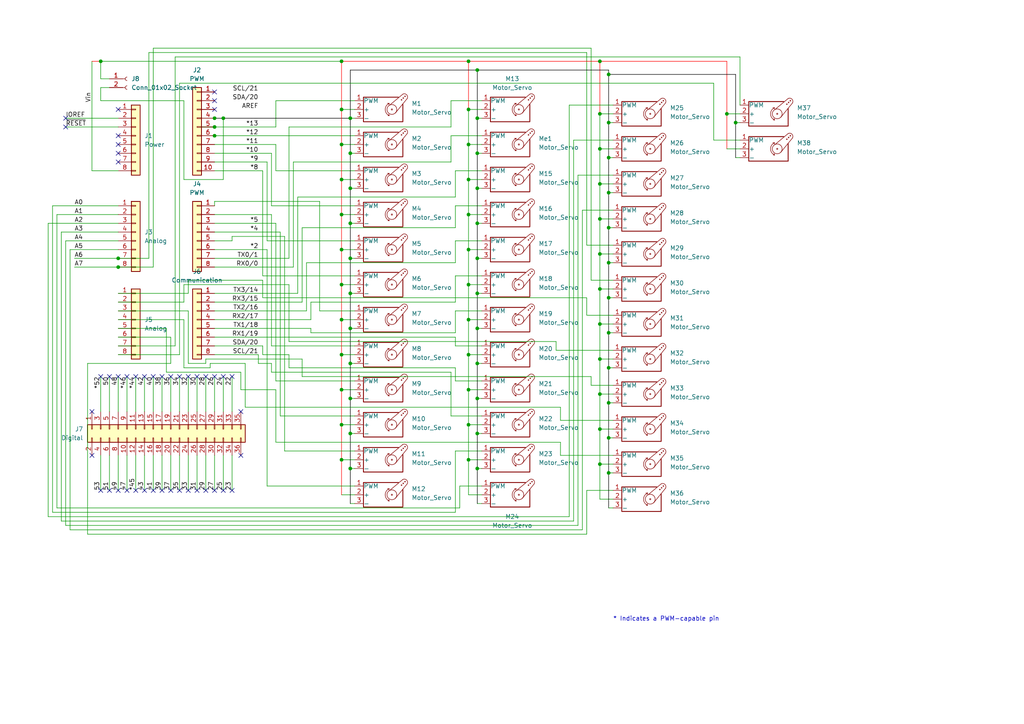
<source format=kicad_sch>
(kicad_sch (version 20231120) (generator "eeschema") (generator_version "8.0")
  (paper "A4")
  (title_block (date "mar. 31 mars 2015"))
  (junction (at 173.99 63.5))
  (junction (at 99.06 123.19))
  (junction (at 99.06 52.07))
  (junction (at 138.43 85.09))
  (junction (at 176.53 127))
  (junction (at 135.89 82.55))
  (junction (at 62.23 39.37))
  (junction (at 101.6 74.93))
  (junction (at 173.99 53.34))
  (junction (at 135.89 41.91))
  (junction (at 99.06 82.55))
  (junction (at 135.89 133.35))
  (junction (at 135.89 113.03))
  (junction (at 138.43 105.41))
  (junction (at 176.53 55.88))
  (junction (at 138.43 20.32))
  (junction (at 99.06 72.39))
  (junction (at 173.99 17.78))
  (junction (at 176.53 86.36))
  (junction (at 173.99 43.18))
  (junction (at 138.43 34.29))
  (junction (at 173.99 114.3))
  (junction (at 135.89 17.78))
  (junction (at 176.53 76.2))
  (junction (at 62.23 34.29))
  (junction (at 138.43 135.89))
  (junction (at 176.53 21.59))
  (junction (at 135.89 123.19))
  (junction (at 213.36 35.56))
  (junction (at 135.89 62.23))
  (junction (at 176.53 137.16))
  (junction (at 135.89 72.39))
  (junction (at 173.99 104.14))
  (junction (at 138.43 44.45))
  (junction (at 176.53 96.52))
  (junction (at 62.23 36.83))
  (junction (at 101.6 135.89))
  (junction (at 101.6 95.25))
  (junction (at 99.06 102.87))
  (junction (at 138.43 64.77))
  (junction (at 138.43 74.93))
  (junction (at 176.53 66.04))
  (junction (at 101.6 125.73))
  (junction (at 101.6 105.41))
  (junction (at 210.82 33.02))
  (junction (at 101.6 64.77))
  (junction (at 135.89 92.71))
  (junction (at 135.89 31.75))
  (junction (at 99.06 92.71))
  (junction (at 173.99 73.66))
  (junction (at 99.06 113.03))
  (junction (at 176.53 116.84))
  (junction (at 173.99 83.82))
  (junction (at 99.06 17.78))
  (junction (at 173.99 93.98))
  (junction (at 173.99 33.02))
  (junction (at 135.89 52.07))
  (junction (at 99.06 62.23))
  (junction (at 138.43 125.73))
  (junction (at 101.6 54.61))
  (junction (at 138.43 115.57))
  (junction (at 173.99 134.62))
  (junction (at 176.53 106.68))
  (junction (at 101.6 44.45))
  (junction (at 176.53 45.72))
  (junction (at 138.43 54.61))
  (junction (at 101.6 85.09))
  (junction (at 29.21 17.78))
  (junction (at 99.06 133.35))
  (junction (at 64.77 34.29))
  (junction (at 176.53 35.56))
  (junction (at 99.06 41.91))
  (junction (at 34.29 74.93))
  (junction (at 99.06 31.75))
  (junction (at 138.43 95.25))
  (junction (at 135.89 102.87))
  (junction (at 101.6 115.57))
  (junction (at 173.99 124.46))
  (junction (at 34.29 77.47))
  (junction (at 101.6 34.29))
  (no_connect (at 34.29 46.99))
  (no_connect (at 31.75 109.22))
  (no_connect (at 62.23 31.75))
  (no_connect (at 46.99 109.22))
  (no_connect (at 49.53 109.22))
  (no_connect (at 62.23 26.67))
  (no_connect (at 26.67 132.08))
  (no_connect (at 41.91 109.22))
  (no_connect (at 29.21 109.22))
  (no_connect (at 31.75 142.24))
  (no_connect (at 34.29 41.91))
  (no_connect (at 59.69 109.22))
  (no_connect (at 52.07 109.22))
  (no_connect (at 64.77 109.22))
  (no_connect (at 41.91 142.24))
  (no_connect (at 62.23 109.22))
  (no_connect (at 19.05 36.83))
  (no_connect (at 44.45 109.22))
  (no_connect (at 34.29 44.45))
  (no_connect (at 62.23 29.21))
  (no_connect (at 49.53 142.24))
  (no_connect (at 64.77 142.24))
  (no_connect (at 34.29 39.37))
  (no_connect (at 57.15 142.24))
  (no_connect (at 67.31 109.22))
  (no_connect (at 67.31 142.24))
  (no_connect (at 57.15 109.22))
  (no_connect (at 29.21 142.24))
  (no_connect (at 59.69 142.24))
  (no_connect (at 36.83 109.22))
  (no_connect (at 36.83 142.24))
  (no_connect (at 39.37 109.22))
  (no_connect (at 26.67 119.38))
  (no_connect (at 34.29 31.75))
  (no_connect (at 39.37 142.24))
  (no_connect (at 19.05 34.29))
  (no_connect (at 69.85 132.08))
  (no_connect (at 54.61 142.24))
  (no_connect (at 54.61 109.22))
  (no_connect (at 69.85 119.38))
  (no_connect (at 34.29 109.22))
  (no_connect (at 52.07 142.24))
  (no_connect (at 44.45 142.24))
  (no_connect (at 46.99 142.24))
  (no_connect (at 34.29 142.24))
  (no_connect (at 62.23 142.24))
  (wire (pts (xy 176.53 106.68) (xy 176.53 116.84)) (stroke (width 0) (color 0 0 0 1)))
  (wire (pts (xy 62.23 77.47) (xy 85.09 77.47)))
  (wire (pts (xy 29.21 17.78) (xy 99.06 17.78)))
  (wire (pts (xy 87.63 109.22) (xy 171.45 109.22)))
  (wire (pts (xy 213.36 35.56) (xy 214.63 35.56)))
  (wire (pts (xy 80.01 128.27) (xy 80.01 113.03)))
  (wire (pts (xy 13.97 64.77) (xy 34.29 64.77)))
  (wire (pts (xy 139.7 133.35) (xy 135.89 133.35)))
  (wire (pts (xy 176.53 127) (xy 176.53 137.16)) (stroke (width 0) (color 0 0 0 1)))
  (wire (pts (xy 20.32 153.67) (xy 20.32 72.39)))
  (wire (pts (xy 62.23 67.31) (xy 81.28 67.31)))
  (wire (pts (xy 102.87 110.49) (xy 80.01 110.49)))
  (wire (pts (xy 21.59 77.47) (xy 34.29 77.47)))
  (wire (pts (xy 92.71 58.42) (xy 62.23 58.42)))
  (wire (pts (xy 161.29 99.06) (xy 83.82 99.06)))
  (wire (pts (xy 138.43 20.32) (xy 101.6 20.32)) (stroke (width 0) (color 0 0 0 1)))
  (wire (pts (xy 53.34 92.71) (xy 53.34 106.68)))
  (wire (pts (xy 130.81 39.37) (xy 130.81 46.99)))
  (wire (pts (xy 168.91 153.67) (xy 20.32 153.67)))
  (wire (pts (xy 173.99 43.18) (xy 177.8 43.18)))
  (wire (pts (xy 102.87 102.87) (xy 99.06 102.87)))
  (wire (pts (xy 62.23 44.45) (xy 78.74 44.45)))
  (wire (pts (xy 44.45 109.22) (xy 44.45 119.38)))
  (wire (pts (xy 62.23 39.37) (xy 102.87 39.37)))
  (wire (pts (xy 138.43 105.41) (xy 138.43 95.25)) (stroke (width 0) (color 0 0 0 1)))
  (wire (pts (xy 76.2 86.36) (xy 76.2 81.28)))
  (wire (pts (xy 102.87 90.17) (xy 92.71 90.17)))
  (wire (pts (xy 177.8 50.8) (xy 167.64 50.8)))
  (wire (pts (xy 86.36 57.15) (xy 86.36 85.09)))
  (wire (pts (xy 135.89 82.55) (xy 135.89 72.39)))
  (wire (pts (xy 139.7 105.41) (xy 138.43 105.41)))
  (wire (pts (xy 62.23 36.83) (xy 80.01 36.83)))
  (wire (pts (xy 74.93 102.87) (xy 74.93 105.41)))
  (wire (pts (xy 46.99 109.22) (xy 46.99 119.38)))
  (wire (pts (xy 177.8 30.48) (xy 165.1 30.48)))
  (wire (pts (xy 207.01 40.64) (xy 207.01 24.13)))
  (wire (pts (xy 60.96 105.41) (xy 60.96 106.68)))
  (wire (pts (xy 135.89 123.19) (xy 135.89 113.03)))
  (wire (pts (xy 99.06 31.75) (xy 99.06 41.91)) (stroke (width 0) (color 255 0 0 1)))
  (wire (pts (xy 170.18 15.24) (xy 43.18 15.24)))
  (wire (pts (xy 54.61 81.28) (xy 76.2 81.28)))
  (wire (pts (xy 177.8 147.32) (xy 176.53 147.32)))
  (wire (pts (xy 167.64 50.8) (xy 167.64 152.4)))
  (wire (pts (xy 87.63 66.04) (xy 87.63 87.63)))
  (wire (pts (xy 176.53 21.59) (xy 176.53 35.56)) (stroke (width 0) (color 0 0 0 1)))
  (wire (pts (xy 139.7 82.55) (xy 135.89 82.55)))
  (wire (pts (xy 101.6 64.77) (xy 101.6 54.61)) (stroke (width 0) (color 0 0 0 1)))
  (wire (pts (xy 171.45 81.28) (xy 171.45 13.97)))
  (wire (pts (xy 138.43 54.61) (xy 138.43 44.45)) (stroke (width 0) (color 0 0 0 1)))
  (wire (pts (xy 71.12 118.11) (xy 71.12 105.41)))
  (wire (pts (xy 173.99 124.46) (xy 173.99 114.3)))
  (wire (pts (xy 138.43 146.05) (xy 138.43 135.89)) (stroke (width 0) (color 0 0 0 1)))
  (wire (pts (xy 62.23 90.17) (xy 88.9 90.17)))
  (wire (pts (xy 44.45 77.47) (xy 34.29 77.47)))
  (wire (pts (xy 139.7 146.05) (xy 138.43 146.05)))
  (wire (pts (xy 58.42 34.29) (xy 62.23 34.29)))
  (wire (pts (xy 173.99 83.82) (xy 173.99 73.66)))
  (wire (pts (xy 19.05 69.85) (xy 34.29 69.85)))
  (wire (pts (xy 58.42 36.83) (xy 62.23 36.83)))
  (wire (pts (xy 54.61 105.41) (xy 59.69 105.41)))
  (wire (pts (xy 176.53 147.32) (xy 176.53 137.16)) (stroke (width 0) (color 0 0 0 1)))
  (wire (pts (xy 177.8 124.46) (xy 173.99 124.46)))
  (wire (pts (xy 102.87 31.75) (xy 99.06 31.75)))
  (wire (pts (xy 49.53 132.08) (xy 49.53 142.24)))
  (wire (pts (xy 54.61 85.09) (xy 54.61 81.28)))
  (wire (pts (xy 29.21 29.21) (xy 53.34 29.21)))
  (wire (pts (xy 54.61 109.22) (xy 54.61 119.38)))
  (wire (pts (xy 135.89 133.35) (xy 135.89 123.19)))
  (wire (pts (xy 162.56 128.27) (xy 80.01 128.27)))
  (wire (pts (xy 102.87 85.09) (xy 101.6 85.09)))
  (wire (pts (xy 102.87 74.93) (xy 101.6 74.93)))
  (wire (pts (xy 31.75 109.22) (xy 31.75 119.38)))
  (wire (pts (xy 67.31 109.22) (xy 67.31 119.38)))
  (wire (pts (xy 29.21 17.78) (xy 29.21 22.86)))
  (wire (pts (xy 99.06 102.87) (xy 99.06 92.71)) (stroke (width 0) (color 255 0 0 1)))
  (wire (pts (xy 177.8 53.34) (xy 173.99 53.34)))
  (wire (pts (xy 177.8 81.28) (xy 171.45 81.28)))
  (wire (pts (xy 170.18 91.44) (xy 170.18 86.36)))
  (wire (pts (xy 19.05 152.4) (xy 19.05 69.85)))
  (wire (pts (xy 130.81 107.95) (xy 78.74 107.95)))
  (wire (pts (xy 135.89 52.07) (xy 135.89 41.91)))
  (wire (pts (xy 139.7 92.71) (xy 135.89 92.71)))
  (wire (pts (xy 17.78 67.31) (xy 34.29 67.31)))
  (wire (pts (xy 177.8 96.52) (xy 176.53 96.52)))
  (wire (pts (xy 77.47 69.85) (xy 77.47 46.99)))
  (wire (pts (xy 67.31 68.58) (xy 67.31 69.85)))
  (wire (pts (xy 62.23 132.08) (xy 62.23 142.24)))
  (wire (pts (xy 177.8 71.12) (xy 170.18 71.12)))
  (wire (pts (xy 168.91 60.96) (xy 168.91 153.67)))
  (wire (pts (xy 138.43 74.93) (xy 138.43 64.77)) (stroke (width 0) (color 0 0 0 1)))
  (wire (pts (xy 139.7 52.07) (xy 135.89 52.07)))
  (wire (pts (xy 41.91 109.22) (xy 41.91 119.38)))
  (wire (pts (xy 177.8 104.14) (xy 173.99 104.14)))
  (wire (pts (xy 210.82 17.78) (xy 173.99 17.78)) (stroke (width 0) (color 255 0 0 1)))
  (wire (pts (xy 173.99 73.66) (xy 173.99 63.5)))
  (wire (pts (xy 99.06 72.39) (xy 99.06 62.23)) (stroke (width 0) (color 255 0 0 1)))
  (wire (pts (xy 170.18 142.24) (xy 170.18 154.94)))
  (wire (pts (xy 132.08 110.49) (xy 132.08 106.68)))
  (wire (pts (xy 177.8 33.02) (xy 173.99 33.02)))
  (wire (pts (xy 53.34 106.68) (xy 60.96 106.68)))
  (wire (pts (xy 52.07 132.08) (xy 52.07 142.24)))
  (wire (pts (xy 139.7 95.25) (xy 138.43 95.25)))
  (wire (pts (xy 102.87 130.81) (xy 82.55 130.81)))
  (wire (pts (xy 99.06 82.55) (xy 99.06 72.39)) (stroke (width 0) (color 255 0 0 1)))
  (wire (pts (xy 13.97 149.86) (xy 13.97 64.77)))
  (wire (pts (xy 213.36 45.72) (xy 213.36 35.56)) (stroke (width 0) (color 0 0 0 1)))
  (wire (pts (xy 165.1 30.48) (xy 165.1 149.86)))
  (wire (pts (xy 36.83 132.08) (xy 36.83 142.24)))
  (wire (pts (xy 59.69 132.08) (xy 59.69 142.24)))
  (wire (pts (xy 83.82 102.87) (xy 76.2 102.87)))
  (wire (pts (xy 80.01 113.03) (xy 69.85 113.03)))
  (wire (pts (xy 59.69 104.14) (xy 87.63 104.14)))
  (wire (pts (xy 102.87 59.69) (xy 78.74 59.69)))
  (wire (pts (xy 135.89 72.39) (xy 135.89 62.23)))
  (wire (pts (xy 135.89 92.71) (xy 135.89 82.55)))
  (wire (pts (xy 139.7 135.89) (xy 138.43 135.89)))
  (wire (pts (xy 92.71 90.17) (xy 92.71 58.42)))
  (wire (pts (xy 101.6 146.05) (xy 101.6 135.89)) (stroke (width 0) (color 0 0 0 1)))
  (wire (pts (xy 177.8 121.92) (xy 162.56 121.92)))
  (wire (pts (xy 214.63 16.51) (xy 214.63 30.48)))
  (wire (pts (xy 173.99 144.78) (xy 173.99 134.62)))
  (wire (pts (xy 62.23 49.53) (xy 76.2 49.53)))
  (wire (pts (xy 173.99 104.14) (xy 173.99 114.3)))
  (wire (pts (xy 177.8 40.64) (xy 166.37 40.64)))
  (wire (pts (xy 139.7 29.21) (xy 130.81 29.21)))
  (wire (pts (xy 133.35 140.97) (xy 133.35 147.32)))
  (wire (pts (xy 177.8 101.6) (xy 161.29 101.6)))
  (wire (pts (xy 43.18 15.24) (xy 43.18 74.93)))
  (wire (pts (xy 171.45 13.97) (xy 44.45 13.97)))
  (wire (pts (xy 88.9 76.2) (xy 88.9 90.17)))
  (wire (pts (xy 34.29 102.87) (xy 52.07 102.87)))
  (wire (pts (xy 101.6 34.29) (xy 102.87 34.29)))
  (wire (pts (xy 62.23 62.23) (xy 78.74 62.23)))
  (wire (pts (xy 214.63 45.72) (xy 213.36 45.72)))
  (wire (pts (xy 177.8 106.68) (xy 176.53 106.68)))
  (wire (pts (xy 139.7 31.75) (xy 135.89 31.75)))
  (wire (pts (xy 64.77 34.29) (xy 101.6 34.29)) (stroke (width 0) (color 0 0 0 1)))
  (wire (pts (xy 173.99 53.34) (xy 173.99 43.18)))
  (wire (pts (xy 176.53 20.32) (xy 138.43 20.32)) (stroke (width 0) (color 0 0 0 1)))
  (wire (pts (xy 133.35 147.32) (xy 16.51 147.32)))
  (wire (pts (xy 177.8 91.44) (xy 170.18 91.44)))
  (wire (pts (xy 102.87 82.55) (xy 99.06 82.55)))
  (wire (pts (xy 139.7 54.61) (xy 138.43 54.61)))
  (wire (pts (xy 52.07 109.22) (xy 52.07 119.38)))
  (wire (pts (xy 53.34 29.21) (xy 53.34 52.07)))
  (wire (pts (xy 99.06 113.03) (xy 99.06 102.87)) (stroke (width 0) (color 255 0 0 1)))
  (wire (pts (xy 62.23 92.71) (xy 90.17 92.71)))
  (wire (pts (xy 138.43 125.73) (xy 138.43 115.57)) (stroke (width 0) (color 0 0 0 1)))
  (wire (pts (xy 214.63 33.02) (xy 210.82 33.02)))
  (wire (pts (xy 139.7 90.17) (xy 132.08 90.17)))
  (wire (pts (xy 36.83 109.22) (xy 36.83 119.38)))
  (wire (pts (xy 62.23 69.85) (xy 67.31 69.85)))
  (wire (pts (xy 29.21 25.4) (xy 31.75 25.4)))
  (wire (pts (xy 130.81 36.83) (xy 83.82 36.83)))
  (wire (pts (xy 102.87 143.51) (xy 99.06 143.51)))
  (wire (pts (xy 44.45 13.97) (xy 44.45 77.47)))
  (wire (pts (xy 102.87 100.33) (xy 78.74 100.33)))
  (wire (pts (xy 102.87 120.65) (xy 81.28 120.65)))
  (wire (pts (xy 139.7 102.87) (xy 135.89 102.87)))
  (wire (pts (xy 59.69 109.22) (xy 59.69 119.38)))
  (wire (pts (xy 57.15 109.22) (xy 57.15 119.38)))
  (wire (pts (xy 87.63 104.14) (xy 87.63 109.22)))
  (wire (pts (xy 39.37 132.08) (xy 39.37 142.24)))
  (wire (pts (xy 57.15 132.08) (xy 57.15 142.24)))
  (wire (pts (xy 135.89 31.75) (xy 135.89 17.78)) (stroke (width 0) (color 255 0 0 1)))
  (wire (pts (xy 34.29 132.08) (xy 34.29 142.24)))
  (wire (pts (xy 64.77 109.22) (xy 64.77 119.38)))
  (wire (pts (xy 139.7 115.57) (xy 138.43 115.57)))
  (wire (pts (xy 25.4 105.41) (xy 49.53 105.41)))
  (wire (pts (xy 132.08 106.68) (xy 83.82 106.68)))
  (wire (pts (xy 135.89 41.91) (xy 139.7 41.91)))
  (wire (pts (xy 50.8 16.51) (xy 214.63 16.51)))
  (wire (pts (xy 85.09 46.99) (xy 85.09 77.47)))
  (wire (pts (xy 139.7 39.37) (xy 130.81 39.37)))
  (wire (pts (xy 44.45 132.08) (xy 44.45 142.24)))
  (wire (pts (xy 34.29 100.33) (xy 50.8 100.33)))
  (wire (pts (xy 101.6 54.61) (xy 101.6 44.45)) (stroke (width 0) (color 0 0 0 1)))
  (wire (pts (xy 39.37 109.22) (xy 39.37 119.38)))
  (wire (pts (xy 132.08 130.81) (xy 132.08 148.59)))
  (wire (pts (xy 101.6 95.25) (xy 101.6 85.09)) (stroke (width 0) (color 0 0 0 1)))
  (wire (pts (xy 19.05 34.29) (xy 34.29 34.29)))
  (wire (pts (xy 139.7 100.33) (xy 132.08 100.33)))
  (wire (pts (xy 102.87 133.35) (xy 99.06 133.35)))
  (wire (pts (xy 162.56 121.92) (xy 162.56 118.11)))
  (wire (pts (xy 139.7 64.77) (xy 138.43 64.77)))
  (wire (pts (xy 132.08 69.85) (xy 132.08 76.2)))
  (wire (pts (xy 132.08 59.69) (xy 132.08 66.04)))
  (wire (pts (xy 166.37 40.64) (xy 166.37 151.13)))
  (wire (pts (xy 139.7 123.19) (xy 135.89 123.19)))
  (wire (pts (xy 176.53 45.72) (xy 176.53 35.56)) (stroke (width 0) (color 0 0 0 1)))
  (wire (pts (xy 135.89 17.78) (xy 99.06 17.78)) (stroke (width 0) (color 255 0 0 1)))
  (wire (pts (xy 102.87 146.05) (xy 101.6 146.05)))
  (wire (pts (xy 173.99 17.78) (xy 135.89 17.78)) (stroke (width 0) (color 255 0 0 1)))
  (wire (pts (xy 139.7 44.45) (xy 138.43 44.45)))
  (wire (pts (xy 132.08 76.2) (xy 88.9 76.2)))
  (wire (pts (xy 59.69 104.14) (xy 59.69 105.41)))
  (wire (pts (xy 62.23 87.63) (xy 87.63 87.63)))
  (wire (pts (xy 176.53 96.52) (xy 176.53 86.36)) (stroke (width 0) (color 0 0 0 1)))
  (wire (pts (xy 58.42 39.37) (xy 62.23 39.37)))
  (wire (pts (xy 177.8 114.3) (xy 173.99 114.3)))
  (wire (pts (xy 173.99 104.14) (xy 173.99 93.98)))
  (wire (pts (xy 138.43 44.45) (xy 138.43 34.29)) (stroke (width 0) (color 0 0 0 1)))
  (wire (pts (xy 83.82 99.06) (xy 83.82 82.55)))
  (wire (pts (xy 64.77 34.29) (xy 64.77 52.07)))
  (wire (pts (xy 78.74 59.69) (xy 78.74 44.45)))
  (wire (pts (xy 176.53 86.36) (xy 176.53 76.2)) (stroke (width 0) (color 0 0 0 1)))
  (wire (pts (xy 34.29 85.09) (xy 54.61 85.09)))
  (wire (pts (xy 34.29 90.17) (xy 54.61 90.17)))
  (wire (pts (xy 54.61 90.17) (xy 54.61 105.41)))
  (wire (pts (xy 207.01 24.13) (xy 52.07 24.13)))
  (wire (pts (xy 101.6 20.32) (xy 101.6 34.29)) (stroke (width 0) (color 0 0 0 1)))
  (wire (pts (xy 82.55 68.58) (xy 67.31 68.58)))
  (wire (pts (xy 138.43 64.77) (xy 138.43 54.61)) (stroke (width 0) (color 0 0 0 1)))
  (wire (pts (xy 50.8 16.51) (xy 50.8 100.33)))
  (wire (pts (xy 53.34 82.55) (xy 83.82 82.55)))
  (wire (pts (xy 76.2 102.87) (xy 76.2 100.33)))
  (wire (pts (xy 62.23 95.25) (xy 90.17 95.25)))
  (wire (pts (xy 99.06 62.23) (xy 99.06 52.07)) (stroke (width 0) (color 255 0 0 1)))
  (wire (pts (xy 165.1 149.86) (xy 13.97 149.86)))
  (wire (pts (xy 177.8 116.84) (xy 176.53 116.84)))
  (wire (pts (xy 99.06 31.75) (xy 99.06 17.78)) (stroke (width 0) (color 255 0 0 1)))
  (wire (pts (xy 83.82 36.83) (xy 83.82 74.93)))
  (wire (pts (xy 20.32 72.39) (xy 34.29 72.39)))
  (wire (pts (xy 53.34 52.07) (xy 64.77 52.07)))
  (wire (pts (xy 78.74 100.33) (xy 78.74 62.23)))
  (wire (pts (xy 177.8 127) (xy 176.53 127)))
  (wire (pts (xy 162.56 132.08) (xy 162.56 128.27)))
  (wire (pts (xy 99.06 92.71) (xy 99.06 82.55)) (stroke (width 0) (color 255 0 0 1)))
  (wire (pts (xy 102.87 92.71) (xy 99.06 92.71)))
  (wire (pts (xy 17.78 151.13) (xy 17.78 67.31)))
  (wire (pts (xy 19.05 36.83) (xy 34.29 36.83)))
  (wire (pts (xy 135.89 31.75) (xy 135.89 41.91)))
  (wire (pts (xy 130.81 120.65) (xy 130.81 107.95)))
  (wire (pts (xy 16.51 62.23) (xy 34.29 62.23)))
  (wire (pts (xy 139.7 69.85) (xy 132.08 69.85)))
  (wire (pts (xy 176.53 76.2) (xy 176.53 66.04)) (stroke (width 0) (color 0 0 0 1)))
  (wire (pts (xy 102.87 80.01) (xy 76.2 80.01)))
  (wire (pts (xy 83.82 106.68) (xy 83.82 102.87)))
  (wire (pts (xy 210.82 43.18) (xy 214.63 43.18)))
  (wire (pts (xy 170.18 86.36) (xy 76.2 86.36)))
  (wire (pts (xy 102.87 62.23) (xy 99.06 62.23)))
  (wire (pts (xy 99.06 133.35) (xy 99.06 123.19)) (stroke (width 0) (color 255 0 0 1)))
  (wire (pts (xy 210.82 33.02) (xy 210.82 17.78)) (stroke (width 0) (color 255 0 0 1)))
  (wire (pts (xy 102.87 44.45) (xy 101.6 44.45)))
  (wire (pts (xy 139.7 140.97) (xy 133.35 140.97)))
  (wire (pts (xy 101.6 105.41) (xy 101.6 115.57)) (stroke (width 0) (color 0 0 0 1)))
  (wire (pts (xy 101.6 44.45) (xy 101.6 34.29)) (stroke (width 0) (color 0 0 0 1)))
  (wire (pts (xy 138.43 34.29) (xy 139.7 34.29)))
  (wire (pts (xy 177.8 76.2) (xy 176.53 76.2)))
  (wire (pts (xy 26.67 17.78) (xy 29.21 17.78)) (stroke (width 0) (color 255 0 0 1)))
  (wire (pts (xy 80.01 110.49) (xy 80.01 64.77)))
  (wire (pts (xy 80.01 29.21) (xy 80.01 36.83)))
  (wire (pts (xy 177.8 73.66) (xy 173.99 73.66)))
  (wire (pts (xy 138.43 20.32) (xy 138.43 34.29)) (stroke (width 0) (color 0 0 0 1)))
  (wire (pts (xy 81.28 120.65) (xy 81.28 67.31)))
  (wire (pts (xy 82.55 130.81) (xy 82.55 68.58)))
  (wire (pts (xy 139.7 59.69) (xy 132.08 59.69)))
  (wire (pts (xy 139.7 113.03) (xy 135.89 113.03)))
  (wire (pts (xy 173.99 93.98) (xy 173.99 83.82)))
  (wire (pts (xy 173.99 33.02) (xy 173.99 17.78)) (stroke (width 0) (color 255 0 0 1)))
  (wire (pts (xy 139.7 120.65) (xy 130.81 120.65)))
  (wire (pts (xy 34.29 49.53) (xy 26.67 49.53)))
  (wire (pts (xy 132.08 87.63) (xy 90.17 87.63)))
  (wire (pts (xy 29.21 109.22) (xy 29.21 119.38)))
  (wire (pts (xy 176.53 21.59) (xy 213.36 21.59)) (stroke (width 0) (color 0 0 0 1)))
  (wire (pts (xy 135.89 62.23) (xy 135.89 52.07)))
  (wire (pts (xy 177.8 60.96) (xy 168.91 60.96)))
  (wire (pts (xy 99.06 41.91) (xy 102.87 41.91)))
  (wire (pts (xy 177.8 63.5) (xy 173.99 63.5)))
  (wire (pts (xy 139.7 125.73) (xy 138.43 125.73)))
  (wire (pts (xy 173.99 63.5) (xy 173.99 53.34)))
  (wire (pts (xy 31.75 132.08) (xy 31.75 142.24)))
  (wire (pts (xy 132.08 96.52) (xy 90.17 96.52)))
  (wire (pts (xy 78.74 107.95) (xy 78.74 105.41)))
  (wire (pts (xy 102.87 54.61) (xy 101.6 54.61)))
  (wire (pts (xy 90.17 87.63) (xy 90.17 92.71)))
  (wire (pts (xy 34.29 95.25) (xy 48.26 95.25)))
  (wire (pts (xy 48.26 107.95) (xy 48.26 95.25)))
  (wire (pts (xy 176.53 21.59) (xy 176.53 20.32)) (stroke (width 0) (color 0 0 0 1)))
  (wire (pts (xy 177.8 137.16) (xy 176.53 137.16)))
  (wire (pts (xy 102.87 95.25) (xy 101.6 95.25)))
  (wire (pts (xy 167.64 152.4) (xy 19.05 152.4)))
  (wire (pts (xy 101.6 74.93) (xy 101.6 64.77)) (stroke (width 0) (color 0 0 0 1)))
  (wire (pts (xy 71.12 105.41) (xy 60.96 105.41)))
  (wire (pts (xy 138.43 85.09) (xy 138.43 74.93)) (stroke (width 0) (color 0 0 0 1)))
  (wire (pts (xy 130.81 46.99) (xy 85.09 46.99)))
  (wire (pts (xy 90.17 96.52) (xy 90.17 95.25)))
  (wire (pts (xy 102.87 49.53) (xy 80.01 49.53)))
  (wire (pts (xy 62.23 85.09) (xy 86.36 85.09)))
  (wire (pts (xy 43.18 74.93) (xy 34.29 74.93)))
  (wire (pts (xy 132.08 90.17) (xy 132.08 96.52)))
  (wire (pts (xy 135.89 102.87) (xy 135.89 92.71)))
  (wire (pts (xy 54.61 132.08) (xy 54.61 142.24)))
  (wire (pts (xy 34.29 97.79) (xy 49.53 97.79)))
  (wire (pts (xy 177.8 142.24) (xy 170.18 142.24)))
  (wire (pts (xy 62.23 97.79) (xy 132.08 97.79)))
  (wire (pts (xy 29.21 132.08) (xy 29.21 142.24)))
  (wire (pts (xy 177.8 144.78) (xy 173.99 144.78)))
  (wire (pts (xy 102.87 135.89) (xy 101.6 135.89)))
  (wire (pts (xy 62.23 41.91) (xy 80.01 41.91)))
  (wire (pts (xy 69.85 107.95) (xy 48.26 107.95)))
  (wire (pts (xy 46.99 132.08) (xy 46.99 142.24)))
  (wire (pts (xy 166.37 151.13) (xy 17.78 151.13)))
  (wire (pts (xy 102.87 72.39) (xy 99.06 72.39)))
  (wire (pts (xy 132.08 66.04) (xy 87.63 66.04)))
  (wire (pts (xy 176.53 35.56) (xy 177.8 35.56)))
  (wire (pts (xy 16.51 62.23) (xy 16.51 147.32)))
  (wire (pts (xy 62.23 34.29) (xy 64.77 34.29)) (stroke (width 0) (color 0 0 0 1)))
  (wire (pts (xy 138.43 105.41) (xy 138.43 115.57)) (stroke (width 0) (color 0 0 0 1)))
  (wire (pts (xy 173.99 33.02) (xy 173.99 43.18)))
  (wire (pts (xy 62.23 58.42) (xy 62.23 59.69)))
  (wire (pts (xy 69.85 113.03) (xy 69.85 107.95)))
  (wire (pts (xy 101.6 85.09) (xy 101.6 74.93)) (stroke (width 0) (color 0 0 0 1)))
  (wire (pts (xy 62.23 109.22) (xy 62.23 119.38)))
  (wire (pts (xy 29.21 22.86) (xy 31.75 22.86)))
  (wire (pts (xy 99.06 52.07) (xy 99.06 41.91)) (stroke (width 0) (color 255 0 0 1)))
  (wire (pts (xy 102.87 115.57) (xy 101.6 115.57)))
  (wire (pts (xy 139.7 110.49) (xy 132.08 110.49)))
  (wire (pts (xy 176.53 55.88) (xy 176.53 45.72)) (stroke (width 0) (color 0 0 0 1)))
  (wire (pts (xy 177.8 45.72) (xy 176.53 45.72)))
  (wire (pts (xy 101.6 105.41) (xy 101.6 95.25)) (stroke (width 0) (color 0 0 0 1)))
  (wire (pts (xy 49.53 109.22) (xy 49.53 119.38)))
  (wire (pts (xy 177.8 134.62) (xy 173.99 134.62)))
  (wire (pts (xy 135.89 143.51) (xy 135.89 133.35)))
  (wire (pts (xy 132.08 49.53) (xy 132.08 57.15)))
  (wire (pts (xy 25.4 154.94) (xy 25.4 105.41)))
  (wire (pts (xy 49.53 105.41) (xy 49.53 97.79)))
  (wire (pts (xy 177.8 66.04) (xy 176.53 66.04)))
  (wire (pts (xy 102.87 113.03) (xy 99.06 113.03)))
  (wire (pts (xy 173.99 134.62) (xy 173.99 124.46)))
  (wire (pts (xy 62.23 64.77) (xy 80.01 64.77)))
  (wire (pts (xy 62.23 102.87) (xy 74.93 102.87)))
  (wire (pts (xy 132.08 80.01) (xy 132.08 87.63)))
  (wire (pts (xy 34.29 109.22) (xy 34.29 119.38)))
  (wire (pts (xy 177.8 93.98) (xy 173.99 93.98)))
  (wire (pts (xy 77.47 140.97) (xy 77.47 72.39)))
  (wire (pts (xy 62.23 46.99) (xy 77.47 46.99)))
  (wire (pts (xy 62.23 100.33) (xy 76.2 100.33)))
  (wire (pts (xy 139.7 143.51) (xy 135.89 143.51)))
  (wire (pts (xy 53.34 87.63) (xy 53.34 82.55)))
  (wire (pts (xy 139.7 62.23) (xy 135.89 62.23)))
  (wire (pts (xy 102.87 29.21) (xy 80.01 29.21)))
  (wire (pts (xy 15.24 59.69) (xy 34.29 59.69)))
  (wire (pts (xy 102.87 140.97) (xy 77.47 140.97)))
  (wire (pts (xy 138.43 125.73) (xy 138.43 135.89)) (stroke (width 0) (color 0 0 0 1)))
  (wire (pts (xy 52.07 24.13) (xy 52.07 102.87)))
  (wire (pts (xy 176.53 66.04) (xy 176.53 55.88)) (stroke (width 0) (color 0 0 0 1)))
  (wire (pts (xy 177.8 86.36) (xy 176.53 86.36)))
  (wire (pts (xy 99.06 123.19) (xy 99.06 113.03)) (stroke (width 0) (color 255 0 0 1)))
  (wire (pts (xy 132.08 100.33) (xy 132.08 97.79)))
  (wire (pts (xy 139.7 85.09) (xy 138.43 85.09)))
  (wire (pts (xy 139.7 72.39) (xy 135.89 72.39)))
  (wire (pts (xy 161.29 101.6) (xy 161.29 99.06)))
  (wire (pts (xy 67.31 132.08) (xy 67.31 142.24)))
  (wire (pts (xy 210.82 33.02) (xy 210.82 43.18)) (stroke (width 0) (color 255 0 0 1)))
  (wire (pts (xy 102.87 69.85) (xy 77.47 69.85)))
  (wire (pts (xy 101.6 125.73) (xy 101.6 135.89)) (stroke (width 0) (color 0 0 0 1)))
  (wire (pts (xy 64.77 132.08) (xy 64.77 142.24)))
  (wire (pts (xy 177.8 83.82) (xy 173.99 83.82)))
  (wire (pts (xy 135.89 113.03) (xy 135.89 102.87)))
  (wire (pts (xy 62.23 72.39) (xy 77.47 72.39)))
  (wire (pts (xy 34.29 87.63) (xy 53.34 87.63)))
  (wire (pts (xy 176.53 127) (xy 176.53 116.84)) (stroke (width 0) (color 0 0 0 1)))
  (wire (pts (xy 213.36 21.59) (xy 213.36 35.56)) (stroke (width 0) (color 0 0 0 1)))
  (wire (pts (xy 171.45 111.76) (xy 177.8 111.76)))
  (wire (pts (xy 170.18 71.12) (xy 170.18 15.24)))
  (wire (pts (xy 139.7 130.81) (xy 132.08 130.81)))
  (wire (pts (xy 15.24 59.69) (xy 15.24 148.59)))
  (wire (pts (xy 177.8 132.08) (xy 162.56 132.08)))
  (wire (pts (xy 139.7 49.53) (xy 132.08 49.53)))
  (wire (pts (xy 34.29 92.71) (xy 53.34 92.71)))
  (wire (pts (xy 99.06 143.51) (xy 99.06 133.35)) (stroke (width 0) (color 255 0 0 1)))
  (wire (pts (xy 41.91 132.08) (xy 41.91 142.24)))
  (wire (pts (xy 139.7 80.01) (xy 132.08 80.01)))
  (wire (pts (xy 214.63 40.64) (xy 207.01 40.64)))
  (wire (pts (xy 139.7 74.93) (xy 138.43 74.93)))
  (wire (pts (xy 170.18 154.94) (xy 25.4 154.94)))
  (wire (pts (xy 162.56 118.11) (xy 71.12 118.11)))
  (wire (pts (xy 102.87 123.19) (xy 99.06 123.19)))
  (wire (pts (xy 130.81 29.21) (xy 130.81 36.83)))
  (wire (pts (xy 132.08 57.15) (xy 86.36 57.15)))
  (wire (pts (xy 102.87 52.07) (xy 99.06 52.07)))
  (wire (pts (xy 102.87 125.73) (xy 101.6 125.73)))
  (wire (pts (xy 62.23 74.93) (xy 83.82 74.93)))
  (wire (pts (xy 78.74 105.41) (xy 74.93 105.41)))
  (wire (pts (xy 26.67 17.78) (xy 26.67 49.53)))
  (wire (pts (xy 171.45 109.22) (xy 171.45 111.76)))
  (wire (pts (xy 102.87 105.41) (xy 101.6 105.41)))
  (wire (pts (xy 176.53 106.68) (xy 176.53 96.52)) (stroke (width 0) (color 0 0 0 1)))
  (wire (pts (xy 80.01 49.53) (xy 80.01 41.91)))
  (wire (pts (xy 34.29 74.93) (xy 21.59 74.93)))
  (wire (pts (xy 101.6 125.73) (xy 101.6 115.57)) (stroke (width 0) (color 0 0 0 1)))
  (wire (pts (xy 76.2 80.01) (xy 76.2 49.53)))
  (wire (pts (xy 29.21 25.4) (xy 29.21 29.21)))
  (wire (pts (xy 177.8 55.88) (xy 176.53 55.88)))
  (wire (pts (xy 132.08 148.59) (xy 15.24 148.59)))
  (wire (pts (xy 138.43 95.25) (xy 138.43 85.09)) (stroke (width 0) (color 0 0 0 1)))
  (wire (pts (xy 102.87 64.77) (xy 101.6 64.77)))
  (text "* Indicates a PWM-capable pin" (at 177.8 180.34 0) (effects (font (size 1.27 1.27)) (justify left bottom)))
  (label "RX0{slash}0" (at 74.93 77.47 180))
  (label "A2" (at 21.59 64.77 0))
  (label "RX2{slash}17" (at 74.93 92.71 180))
  (label "*4" (at 74.93 67.31 180))
  (label "SDA{slash}20" (at 74.93 100.33 180))
  (label "26" (at 62.23 109.22 270))
  (label "31" (at 57.15 142.24 90))
  (label "22" (at 67.31 109.22 270))
  (label "33" (at 54.61 142.24 90))
  (label "36" (at 49.53 109.22 270))
  (label "*2" (at 74.93 72.39 180))
  (label "TX1{slash}18" (at 74.93 95.25 180))
  (label "*44" (at 39.37 109.22 270))
  (label "A3" (at 21.59 67.31 0))
  (label "*13" (at 74.93 36.83 180))
  (label "*52" (at 29.21 109.22 270))
  (label "*12" (at 74.93 39.37 180))
  (label "40" (at 44.45 109.22 270))
  (label "~{RESET}" (at 19.05 36.83 0))
  (label "35" (at 52.07 142.24 90))
  (label "*10" (at 74.93 44.45 180))
  (label "28" (at 59.69 109.22 270))
  (label "23" (at 67.31 142.24 90))
  (label "29" (at 59.69 142.24 90))
  (label "41" (at 44.45 142.24 90))
  (label "30" (at 57.15 109.22 270))
  (label "47" (at 36.83 142.24 90))
  (label "34" (at 52.07 109.22 270))
  (label "*45" (at 39.37 142.24 90))
  (label "38" (at 46.99 109.22 270))
  (label "51" (at 31.75 142.24 90))
  (label "SDA{slash}20" (at 74.93 29.21 180))
  (label "*8" (at 74.93 49.53 180))
  (label "*11" (at 74.93 41.91 180))
  (label "A6" (at 21.59 74.93 0))
  (label "42" (at 41.91 109.22 270))
  (label "A1" (at 21.59 62.23 0))
  (label "53" (at 29.21 142.24 90))
  (label "TX0{slash}1" (at 74.93 74.93 180))
  (label "24" (at 64.77 109.22 270))
  (label "RX1{slash}19" (at 74.93 97.79 180))
  (label "A0" (at 21.59 59.69 0))
  (label "AREF" (at 74.93 31.75 180))
  (label "39" (at 46.99 142.24 90))
  (label "Vin" (at 26.67 26.67 270))
  (label "27" (at 62.23 142.24 90))
  (label "37" (at 49.53 142.24 90))
  (label "25" (at 64.77 142.24 90))
  (label "*46" (at 36.83 109.22 270))
  (label "SCL{slash}21" (at 74.93 26.67 180))
  (label "*9" (at 74.93 46.99 180))
  (label "50" (at 31.75 109.22 270))
  (label "TX2{slash}16" (at 74.93 90.17 180))
  (label "*5" (at 74.93 64.77 180))
  (label "IOREF" (at 19.05 34.29 0))
  (label "A7" (at 21.59 77.47 0))
  (label "A4" (at 21.59 69.85 0))
  (label "49" (at 34.29 142.24 90))
  (label "A5" (at 21.59 72.39 0))
  (label "RX3{slash}15" (at 74.93 87.63 180))
  (label "TX3{slash}14" (at 74.93 85.09 180))
  (label "32" (at 54.61 109.22 270))
  (label "43" (at 41.91 142.24 90))
  (label "SCL{slash}21" (at 74.93 102.87 180))
  (label "48" (at 34.29 109.22 270))
  (symbol (lib_id "Connector_Generic:Conn_01x08") (at 39.37 39.37 0) (unit 1) (exclude_from_sim yes)
    (property "Reference" "J1" (at 41.91 39.3699 0) (effects (justify left)))
    (property "Value" "Power" (at 41.91 41.9099 0) (effects (justify left)))
    (property "Footprint" "Connector_PinSocket_2.54mm:PinSocket_1x08_P2.54mm_Vertical" (effects (hide yes)))
  )
  (symbol (lib_id "Connector_Generic:Conn_01x10") (at 57.15 36.83 0) (mirror y) (unit 1) (exclude_from_sim yes)
    (property "Reference" "J2" (at 57.15 20.32 0))
    (property "Value" "PWM" (at 57.15 22.86 0))
    (property "Footprint" "Connector_PinSocket_2.54mm:PinSocket_1x10_P2.54mm_Vertical" (effects (hide yes)))
  )
  (symbol (lib_id "Connector_Generic:Conn_01x08") (at 39.37 67.31 0) (unit 1) (exclude_from_sim yes)
    (property "Reference" "J3" (at 41.91 67.3099 0) (effects (justify left)))
    (property "Value" "Analog" (at 41.91 69.8499 0) (effects (justify left)))
    (property "Footprint" "Connector_PinSocket_2.54mm:PinSocket_1x08_P2.54mm_Vertical" (effects (hide yes)))
  )
  (symbol (lib_id "Connector_Generic:Conn_01x08") (at 57.15 67.31 0) (mirror y) (unit 1) (exclude_from_sim yes)
    (property "Reference" "J4" (at 57.15 53.34 0))
    (property "Value" "PWM" (at 57.15 55.88 0))
    (property "Footprint" "Connector_PinSocket_2.54mm:PinSocket_1x08_P2.54mm_Vertical" (effects (hide yes)))
  )
  (symbol (lib_id "Connector_Generic:Conn_01x08") (at 39.37 92.71 0) (unit 1) (exclude_from_sim yes)
    (property "Reference" "J5" (at 41.91 92.7099 0) (effects (justify left)))
    (property "Value" "Analog" (at 41.91 95.2499 0) (effects (justify left)))
    (property "Footprint" "Connector_PinSocket_2.54mm:PinSocket_1x08_P2.54mm_Vertical" (effects (hide yes)))
  )
  (symbol (lib_id "Connector_Generic:Conn_01x08") (at 57.15 92.71 0) (mirror y) (unit 1) (exclude_from_sim yes)
    (property "Reference" "J6" (at 57.15 78.74 0))
    (property "Value" "Communication" (at 57.15 81.28 0))
    (property "Footprint" "Connector_PinSocket_2.54mm:PinSocket_1x08_P2.54mm_Vertical" (effects (hide yes)))
  )
  (symbol (lib_id "Connector_Generic:Conn_02x18_Odd_Even") (at 46.99 124.46 90) (mirror x) (unit 1) (exclude_from_sim yes)
    (property "Reference" "J7" (at 24.13 124.4599 90) (effects (justify left)))
    (property "Value" "Digital" (at 24.13 126.9999 90) (effects (justify left)))
    (property "Footprint" "Connector_PinSocket_2.54mm:PinSocket_2x18_P2.54mm_Vertical" (effects (hide yes)))
  )
  (symbol (lib_id "Motor:Motor_Servo") (at 147.32 41.91 0) (unit 1) (exclude_from_sim yes)
    (property "Reference" "Me1" (at 156.21 40.2065 0) (effects (justify left)))
    (property "Value" "Motor_Servo" (at 156.21 42.7465 0) (effects (justify left)))
    (property "Footprint" "Connector_PinHeader_2.54mm:PinHeader_1x03_P2.54mm_Vertical" (effects (hide yes)))
    (property "Datasheet" "http://forums.parallax.com/uploads/attachments/46831/74481.png" (effects (hide yes)))
    (property "Description" "Servo Motor (Futaba, HiTec, JR connector)" (effects (hide yes)))
  )
  (symbol (lib_id "Motor:Motor_Servo") (at 185.42 114.3 0) (unit 1) (exclude_from_sim yes)
    (property "Reference" "M33" (at 194.31 112.5965 0) (effects (justify left)))
    (property "Value" "Motor_Servo" (at 194.31 115.1365 0) (effects (justify left)))
    (property "Footprint" "Connector_PinHeader_2.54mm:PinHeader_1x03_P2.54mm_Vertical" (effects (hide yes)))
    (property "Datasheet" "http://forums.parallax.com/uploads/attachments/46831/74481.png" (effects (hide yes)))
    (property "Description" "Servo Motor (Futaba, HiTec, JR connector)" (effects (hide yes)))
  )
  (symbol (lib_id "Motor:Motor_Servo") (at 185.42 93.98 0) (unit 1) (exclude_from_sim yes)
    (property "Reference" "M31" (at 194.31 92.2765 0) (effects (justify left)))
    (property "Value" "Motor_Servo" (at 194.31 94.8165 0) (effects (justify left)))
    (property "Footprint" "Connector_PinHeader_2.54mm:PinHeader_1x03_P2.54mm_Vertical" (effects (hide yes)))
    (property "Datasheet" "http://forums.parallax.com/uploads/attachments/46831/74481.png" (effects (hide yes)))
    (property "Description" "Servo Motor (Futaba, HiTec, JR connector)" (effects (hide yes)))
  )
  (symbol (lib_id "Motor:Motor_Servo") (at 147.32 72.39 0) (unit 1) (exclude_from_sim yes)
    (property "Reference" "M17" (at 156.21 70.6865 0) (effects (justify left)))
    (property "Value" "Motor_Servo" (at 156.21 73.2265 0) (effects (justify left)))
    (property "Footprint" "Connector_PinHeader_2.54mm:PinHeader_1x03_P2.54mm_Vertical" (effects (hide yes)))
    (property "Datasheet" "http://forums.parallax.com/uploads/attachments/46831/74481.png" (effects (hide yes)))
    (property "Description" "Servo Motor (Futaba, HiTec, JR connector)" (effects (hide yes)))
  )
  (symbol (lib_id "Motor:Motor_Servo") (at 185.42 73.66 0) (unit 1) (exclude_from_sim yes)
    (property "Reference" "M29" (at 194.31 71.9565 0) (effects (justify left)))
    (property "Value" "Motor_Servo" (at 194.31 74.4965 0) (effects (justify left)))
    (property "Footprint" "Connector_PinHeader_2.54mm:PinHeader_1x03_P2.54mm_Vertical" (effects (hide yes)))
    (property "Datasheet" "http://forums.parallax.com/uploads/attachments/46831/74481.png" (effects (hide yes)))
    (property "Description" "Servo Motor (Futaba, HiTec, JR connector)" (effects (hide yes)))
  )
  (symbol (lib_id "Motor:Motor_Servo") (at 110.49 102.87 0) (unit 1) (exclude_from_sim yes)
    (property "Reference" "M8" (at 119.38 101.1665 0) (effects (justify left)))
    (property "Value" "Motor_Servo" (at 119.38 103.7065 0) (effects (justify left)))
    (property "Footprint" "Connector_PinHeader_2.54mm:PinHeader_1x03_P2.54mm_Vertical" (effects (hide yes)))
    (property "Datasheet" "http://forums.parallax.com/uploads/attachments/46831/74481.png" (effects (hide yes)))
    (property "Description" "Servo Motor (Futaba, HiTec, JR connector)" (effects (hide yes)))
  )
  (symbol (lib_id "Motor:Motor_Servo") (at 110.49 82.55 0) (unit 1) (exclude_from_sim yes)
    (property "Reference" "M6" (at 119.38 80.8465 0) (effects (justify left)))
    (property "Value" "Motor_Servo" (at 119.38 83.3865 0) (effects (justify left)))
    (property "Footprint" "Connector_PinHeader_2.54mm:PinHeader_1x03_P2.54mm_Vertical" (effects (hide yes)))
    (property "Datasheet" "http://forums.parallax.com/uploads/attachments/46831/74481.png" (effects (hide yes)))
    (property "Description" "Servo Motor (Futaba, HiTec, JR connector)" (effects (hide yes)))
  )
  (symbol (lib_id "Motor:Motor_Servo") (at 110.49 41.91 0) (unit 1) (exclude_from_sim yes)
    (property "Reference" "M2" (at 119.38 40.2065 0) (effects (justify left)))
    (property "Value" "Motor_Servo" (at 119.38 42.7465 0) (effects (justify left)))
    (property "Footprint" "Connector_PinHeader_2.54mm:PinHeader_1x03_P2.54mm_Vertical" (effects (hide yes)))
    (property "Datasheet" "http://forums.parallax.com/uploads/attachments/46831/74481.png" (effects (hide yes)))
    (property "Description" "Servo Motor (Futaba, HiTec, JR connector)" (effects (hide yes)))
  )
  (symbol (lib_id "Motor:Motor_Servo") (at 110.49 92.71 0) (unit 1) (exclude_from_sim yes)
    (property "Reference" "M7" (at 119.38 91.0065 0) (effects (justify left)))
    (property "Value" "Motor_Servo" (at 119.38 93.5465 0) (effects (justify left)))
    (property "Footprint" "Connector_PinHeader_2.54mm:PinHeader_1x03_P2.54mm_Vertical" (effects (hide yes)))
    (property "Datasheet" "http://forums.parallax.com/uploads/attachments/46831/74481.png" (effects (hide yes)))
    (property "Description" "Servo Motor (Futaba, HiTec, JR connector)" (effects (hide yes)))
  )
  (symbol (lib_id "Motor:Motor_Servo") (at 110.49 123.19 0) (unit 1) (exclude_from_sim yes)
    (property "Reference" "M10" (at 119.38 121.4865 0) (effects (justify left)))
    (property "Value" "Motor_Servo" (at 119.38 124.0265 0) (effects (justify left)))
    (property "Footprint" "Connector_PinHeader_2.54mm:PinHeader_1x03_P2.54mm_Vertical" (effects (hide yes)))
    (property "Datasheet" "http://forums.parallax.com/uploads/attachments/46831/74481.png" (effects (hide yes)))
    (property "Description" "Servo Motor (Futaba, HiTec, JR connector)" (effects (hide yes)))
  )
  (symbol (lib_id "Motor:Motor_Servo") (at 147.32 82.55 0) (unit 1) (exclude_from_sim yes)
    (property "Reference" "M18" (at 156.21 80.8465 0) (effects (justify left)))
    (property "Value" "Motor_Servo" (at 156.21 83.3865 0) (effects (justify left)))
    (property "Footprint" "Connector_PinHeader_2.54mm:PinHeader_1x03_P2.54mm_Vertical" (effects (hide yes)))
    (property "Datasheet" "http://forums.parallax.com/uploads/attachments/46831/74481.png" (effects (hide yes)))
    (property "Description" "Servo Motor (Futaba, HiTec, JR connector)" (effects (hide yes)))
  )
  (symbol (lib_id "Motor:Motor_Servo") (at 147.32 102.87 0) (unit 1) (exclude_from_sim yes)
    (property "Reference" "M20" (at 156.21 101.1665 0) (effects (justify left)))
    (property "Value" "Motor_Servo" (at 156.21 103.7065 0) (effects (justify left)))
    (property "Footprint" "Connector_PinHeader_2.54mm:PinHeader_1x03_P2.54mm_Vertical" (effects (hide yes)))
    (property "Datasheet" "http://forums.parallax.com/uploads/attachments/46831/74481.png" (effects (hide yes)))
    (property "Description" "Servo Motor (Futaba, HiTec, JR connector)" (effects (hide yes)))
  )
  (symbol (lib_id "Motor:Motor_Servo") (at 147.32 62.23 0) (unit 1) (exclude_from_sim yes)
    (property "Reference" "M16" (at 156.21 60.5265 0) (effects (justify left)))
    (property "Value" "Motor_Servo" (at 156.21 63.0665 0) (effects (justify left)))
    (property "Footprint" "Connector_PinHeader_2.54mm:PinHeader_1x03_P2.54mm_Vertical" (effects (hide yes)))
    (property "Datasheet" "http://forums.parallax.com/uploads/attachments/46831/74481.png" (effects (hide yes)))
    (property "Description" "Servo Motor (Futaba, HiTec, JR connector)" (effects (hide yes)))
  )
  (symbol (lib_id "Motor:Motor_Servo") (at 110.49 113.03 0) (unit 1) (exclude_from_sim yes)
    (property "Reference" "M9" (at 119.38 111.3265 0) (effects (justify left)))
    (property "Value" "Motor_Servo" (at 119.38 113.8665 0) (effects (justify left)))
    (property "Footprint" "Connector_PinHeader_2.54mm:PinHeader_1x03_P2.54mm_Vertical" (effects (hide yes)))
    (property "Datasheet" "http://forums.parallax.com/uploads/attachments/46831/74481.png" (effects (hide yes)))
    (property "Description" "Servo Motor (Futaba, HiTec, JR connector)" (effects (hide yes)))
  )
  (symbol (lib_id "Motor:Motor_Servo") (at 185.42 83.82 0) (unit 1) (exclude_from_sim yes)
    (property "Reference" "M30" (at 194.31 82.1165 0) (effects (justify left)))
    (property "Value" "Motor_Servo" (at 194.31 84.6565 0) (effects (justify left)))
    (property "Footprint" "Connector_PinHeader_2.54mm:PinHeader_1x03_P2.54mm_Vertical" (effects (hide yes)))
    (property "Datasheet" "http://forums.parallax.com/uploads/attachments/46831/74481.png" (effects (hide yes)))
    (property "Description" "Servo Motor (Futaba, HiTec, JR connector)" (effects (hide yes)))
  )
  (symbol (lib_id "Connector:Conn_01x02_Socket") (at 36.83 22.86 0) (unit 1) (exclude_from_sim yes)
    (property "Reference" "J8" (at 38.1 22.8599 0) (effects (justify left)))
    (property "Value" "Conn_01x02_Socket" (at 38.1 25.3999 0) (effects (justify left)))
    (property "Footprint" "Connector_AMASS:AMASS_XT60-F_1x02_P7.20mm_Vertical" (effects (hide yes)))
    (property "Description" "Generic connector, single row, 01x02, script generated" (effects (hide yes)))
  )
  (symbol (lib_id "Motor:Motor_Servo") (at 185.42 53.34 0) (unit 1) (exclude_from_sim yes)
    (property "Reference" "M27" (at 194.31 51.6365 0) (effects (justify left)))
    (property "Value" "Motor_Servo" (at 194.31 54.1765 0) (effects (justify left)))
    (property "Footprint" "Connector_PinHeader_2.54mm:PinHeader_1x03_P2.54mm_Vertical" (effects (hide yes)))
    (property "Datasheet" "http://forums.parallax.com/uploads/attachments/46831/74481.png" (effects (hide yes)))
    (property "Description" "Servo Motor (Futaba, HiTec, JR connector)" (effects (hide yes)))
  )
  (symbol (lib_id "Motor:Motor_Servo") (at 147.32 52.07 0) (unit 1) (exclude_from_sim yes)
    (property "Reference" "M15" (at 156.21 50.3665 0) (effects (justify left)))
    (property "Value" "Motor_Servo" (at 156.21 52.9065 0) (effects (justify left)))
    (property "Footprint" "Connector_PinHeader_2.54mm:PinHeader_1x03_P2.54mm_Vertical" (effects (hide yes)))
    (property "Datasheet" "http://forums.parallax.com/uploads/attachments/46831/74481.png" (effects (hide yes)))
    (property "Description" "Servo Motor (Futaba, HiTec, JR connector)" (effects (hide yes)))
  )
  (symbol (lib_id "Motor:Motor_Servo") (at 147.32 123.19 0) (unit 1) (exclude_from_sim yes)
    (property "Reference" "M22" (at 156.21 121.4865 0) (effects (justify left)))
    (property "Value" "Motor_Servo" (at 156.21 124.0265 0) (effects (justify left)))
    (property "Footprint" "Connector_PinHeader_2.54mm:PinHeader_1x03_P2.54mm_Vertical" (effects (hide yes)))
    (property "Datasheet" "http://forums.parallax.com/uploads/attachments/46831/74481.png" (effects (hide yes)))
    (property "Description" "Servo Motor (Futaba, HiTec, JR connector)" (effects (hide yes)))
  )
  (symbol (lib_id "Motor:Motor_Servo") (at 185.42 33.02 0) (unit 1) (exclude_from_sim yes)
    (property "Reference" "M25" (at 194.31 31.3165 0) (effects (justify left)))
    (property "Value" "Motor_Servo" (at 194.31 33.8565 0) (effects (justify left)))
    (property "Footprint" "Connector_PinHeader_2.54mm:PinHeader_1x03_P2.54mm_Vertical" (effects (hide yes)))
    (property "Datasheet" "http://forums.parallax.com/uploads/attachments/46831/74481.png" (effects (hide yes)))
    (property "Description" "Servo Motor (Futaba, HiTec, JR connector)" (effects (hide yes)))
  )
  (symbol (lib_id "Motor:Motor_Servo") (at 147.32 31.75 0) (unit 1) (exclude_from_sim yes)
    (property "Reference" "M13" (at 148.5789 22.86 0))
    (property "Value" "Motor_Servo" (at 148.5789 25.4 0))
    (property "Footprint" "Connector_PinHeader_2.54mm:PinHeader_1x03_P2.54mm_Vertical" (effects (hide yes)))
    (property "Datasheet" "http://forums.parallax.com/uploads/attachments/46831/74481.png" (effects (hide yes)))
    (property "Description" "Servo Motor (Futaba, HiTec, JR connector)" (effects (hide yes)))
  )
  (symbol (lib_id "Motor:Motor_Servo") (at 222.25 33.02 0) (unit 1) (exclude_from_sim yes)
    (property "Reference" "M37" (at 231.14 31.3165 0) (effects (justify left)))
    (property "Value" "Motor_Servo" (at 231.14 33.8565 0) (effects (justify left)))
    (property "Footprint" "Connector_PinHeader_2.54mm:PinHeader_1x03_P2.54mm_Vertical" (effects (hide yes)))
    (property "Datasheet" "http://forums.parallax.com/uploads/attachments/46831/74481.png" (effects (hide yes)))
    (property "Description" "Servo Motor (Futaba, HiTec, JR connector)" (effects (hide yes)))
  )
  (symbol (lib_id "Motor:Motor_Servo") (at 185.42 124.46 0) (unit 1) (exclude_from_sim yes)
    (property "Reference" "M34" (at 194.31 122.7565 0) (effects (justify left)))
    (property "Value" "Motor_Servo" (at 194.31 125.2965 0) (effects (justify left)))
    (property "Footprint" "Connector_PinHeader_2.54mm:PinHeader_1x03_P2.54mm_Vertical" (effects (hide yes)))
    (property "Datasheet" "http://forums.parallax.com/uploads/attachments/46831/74481.png" (effects (hide yes)))
    (property "Description" "Servo Motor (Futaba, HiTec, JR connector)" (effects (hide yes)))
  )
  (symbol (lib_id "Motor:Motor_Servo") (at 147.32 133.35 0) (unit 1) (exclude_from_sim yes)
    (property "Reference" "M23" (at 156.21 131.6465 0) (effects (justify left)))
    (property "Value" "Motor_Servo" (at 156.21 134.1865 0) (effects (justify left)))
    (property "Footprint" "Connector_PinHeader_2.54mm:PinHeader_1x03_P2.54mm_Vertical" (effects (hide yes)))
    (property "Datasheet" "http://forums.parallax.com/uploads/attachments/46831/74481.png" (effects (hide yes)))
    (property "Description" "Servo Motor (Futaba, HiTec, JR connector)" (effects (hide yes)))
  )
  (symbol (lib_id "Motor:Motor_Servo") (at 147.32 113.03 0) (unit 1) (exclude_from_sim yes)
    (property "Reference" "M21" (at 156.21 111.3265 0) (effects (justify left)))
    (property "Value" "Motor_Servo" (at 156.21 113.8665 0) (effects (justify left)))
    (property "Footprint" "Connector_PinHeader_2.54mm:PinHeader_1x03_P2.54mm_Vertical" (effects (hide yes)))
    (property "Datasheet" "http://forums.parallax.com/uploads/attachments/46831/74481.png" (effects (hide yes)))
    (property "Description" "Servo Motor (Futaba, HiTec, JR connector)" (effects (hide yes)))
  )
  (symbol (lib_id "Motor:Motor_Servo") (at 147.32 92.71 0) (unit 1) (exclude_from_sim yes)
    (property "Reference" "M19" (at 156.21 91.0065 0) (effects (justify left)))
    (property "Value" "Motor_Servo" (at 156.21 93.5465 0) (effects (justify left)))
    (property "Footprint" "Connector_PinHeader_2.54mm:PinHeader_1x03_P2.54mm_Vertical" (effects (hide yes)))
    (property "Datasheet" "http://forums.parallax.com/uploads/attachments/46831/74481.png" (effects (hide yes)))
    (property "Description" "Servo Motor (Futaba, HiTec, JR connector)" (effects (hide yes)))
  )
  (symbol (lib_id "Motor:Motor_Servo") (at 110.49 31.75 0) (unit 1) (exclude_from_sim yes)
    (property "Reference" "M1" (at 119.38 30.0465 0) (effects (justify left)))
    (property "Value" "Motor_Servo" (at 119.38 32.5865 0) (effects (justify left)))
    (property "Footprint" "Connector_PinHeader_2.54mm:PinHeader_1x03_P2.54mm_Vertical" (effects (hide yes)))
    (property "Datasheet" "http://forums.parallax.com/uploads/attachments/46831/74481.png" (effects (hide yes)))
    (property "Description" "Servo Motor (Futaba, HiTec, JR connector)" (effects (hide yes)))
  )
  (symbol (lib_id "Motor:Motor_Servo") (at 110.49 72.39 0) (unit 1) (exclude_from_sim yes)
    (property "Reference" "M5" (at 119.38 70.6865 0) (effects (justify left)))
    (property "Value" "Motor_Servo" (at 119.38 73.2265 0) (effects (justify left)))
    (property "Footprint" "Connector_PinHeader_2.54mm:PinHeader_1x03_P2.54mm_Vertical" (effects (hide yes)))
    (property "Datasheet" "http://forums.parallax.com/uploads/attachments/46831/74481.png" (effects (hide yes)))
    (property "Description" "Servo Motor (Futaba, HiTec, JR connector)" (effects (hide yes)))
  )
  (symbol (lib_id "Motor:Motor_Servo") (at 110.49 133.35 0) (unit 1) (exclude_from_sim yes)
    (property "Reference" "M11" (at 119.38 131.6465 0) (effects (justify left)))
    (property "Value" "Motor_Servo" (at 119.38 134.1865 0) (effects (justify left)))
    (property "Footprint" "Connector_PinHeader_2.54mm:PinHeader_1x03_P2.54mm_Vertical" (effects (hide yes)))
    (property "Datasheet" "http://forums.parallax.com/uploads/attachments/46831/74481.png" (effects (hide yes)))
    (property "Description" "Servo Motor (Futaba, HiTec, JR connector)" (effects (hide yes)))
  )
  (symbol (lib_id "Motor:Motor_Servo") (at 185.42 104.14 0) (unit 1) (exclude_from_sim yes)
    (property "Reference" "M32" (at 194.31 102.4365 0) (effects (justify left)))
    (property "Value" "Motor_Servo" (at 194.31 104.9765 0) (effects (justify left)))
    (property "Footprint" "Connector_PinHeader_2.54mm:PinHeader_1x03_P2.54mm_Vertical" (effects (hide yes)))
    (property "Datasheet" "http://forums.parallax.com/uploads/attachments/46831/74481.png" (effects (hide yes)))
    (property "Description" "Servo Motor (Futaba, HiTec, JR connector)" (effects (hide yes)))
  )
  (symbol (lib_id "Motor:Motor_Servo") (at 110.49 52.07 0) (unit 1) (exclude_from_sim yes)
    (property "Reference" "M3" (at 119.38 50.3665 0) (effects (justify left)))
    (property "Value" "Motor_Servo" (at 119.38 52.9065 0) (effects (justify left)))
    (property "Footprint" "Connector_PinHeader_2.54mm:PinHeader_1x03_P2.54mm_Vertical" (effects (hide yes)))
    (property "Datasheet" "http://forums.parallax.com/uploads/attachments/46831/74481.png" (effects (hide yes)))
    (property "Description" "Servo Motor (Futaba, HiTec, JR connector)" (effects (hide yes)))
  )
  (symbol (lib_id "Motor:Motor_Servo") (at 110.49 62.23 0) (unit 1) (exclude_from_sim yes)
    (property "Reference" "M4" (at 119.38 60.5265 0) (effects (justify left)))
    (property "Value" "Motor_Servo" (at 119.38 63.0665 0) (effects (justify left)))
    (property "Footprint" "Connector_PinHeader_2.54mm:PinHeader_1x03_P2.54mm_Vertical" (effects (hide yes)))
    (property "Datasheet" "http://forums.parallax.com/uploads/attachments/46831/74481.png" (effects (hide yes)))
    (property "Description" "Servo Motor (Futaba, HiTec, JR connector)" (effects (hide yes)))
  )
  (symbol (lib_id "Motor:Motor_Servo") (at 185.42 63.5 0) (unit 1) (exclude_from_sim yes)
    (property "Reference" "M28" (at 194.31 61.7965 0) (effects (justify left)))
    (property "Value" "Motor_Servo" (at 194.31 64.3365 0) (effects (justify left)))
    (property "Footprint" "Connector_PinHeader_2.54mm:PinHeader_1x03_P2.54mm_Vertical" (effects (hide yes)))
    (property "Datasheet" "http://forums.parallax.com/uploads/attachments/46831/74481.png" (effects (hide yes)))
    (property "Description" "Servo Motor (Futaba, HiTec, JR connector)" (effects (hide yes)))
  )
  (symbol (lib_id "Motor:Motor_Servo") (at 185.42 144.78 0) (unit 1) (exclude_from_sim yes)
    (property "Reference" "M36" (at 194.31 143.0765 0) (effects (justify left)))
    (property "Value" "Motor_Servo" (at 194.31 145.6165 0) (effects (justify left)))
    (property "Footprint" "Connector_PinHeader_2.54mm:PinHeader_1x03_P2.54mm_Vertical" (effects (hide yes)))
    (property "Datasheet" "http://forums.parallax.com/uploads/attachments/46831/74481.png" (effects (hide yes)))
    (property "Description" "Servo Motor (Futaba, HiTec, JR connector)" (effects (hide yes)))
  )
  (symbol (lib_id "Motor:Motor_Servo") (at 147.32 143.51 0) (unit 1) (exclude_from_sim yes)
    (property "Reference" "M24" (at 148.5789 149.86 0))
    (property "Value" "Motor_Servo" (at 148.5789 152.4 0))
    (property "Footprint" "Connector_PinHeader_2.54mm:PinHeader_1x03_P2.54mm_Vertical" (effects (hide yes)))
    (property "Datasheet" "http://forums.parallax.com/uploads/attachments/46831/74481.png" (effects (hide yes)))
    (property "Description" "Servo Motor (Futaba, HiTec, JR connector)" (effects (hide yes)))
  )
  (symbol (lib_id "Motor:Motor_Servo") (at 110.49 143.51 0) (unit 1) (exclude_from_sim yes)
    (property "Reference" "M12" (at 119.38 141.8065 0) (effects (justify left)))
    (property "Value" "Motor_Servo" (at 119.38 144.3465 0) (effects (justify left)))
    (property "Footprint" "Connector_PinHeader_2.54mm:PinHeader_1x03_P2.54mm_Vertical" (effects (hide yes)))
    (property "Datasheet" "http://forums.parallax.com/uploads/attachments/46831/74481.png" (effects (hide yes)))
    (property "Description" "Servo Motor (Futaba, HiTec, JR connector)" (effects (hide yes)))
  )
  (symbol (lib_id "Motor:Motor_Servo") (at 222.25 43.18 0) (unit 1) (exclude_from_sim yes)
    (property "Reference" "M38" (at 231.14 41.4765 0) (effects (justify left)))
    (property "Value" "Motor_Servo" (at 231.14 44.0165 0) (effects (justify left)))
    (property "Footprint" "Connector_PinHeader_2.54mm:PinHeader_1x03_P2.54mm_Vertical" (effects (hide yes)))
    (property "Datasheet" "http://forums.parallax.com/uploads/attachments/46831/74481.png" (effects (hide yes)))
    (property "Description" "Servo Motor (Futaba, HiTec, JR connector)" (effects (hide yes)))
  )
  (symbol (lib_id "Motor:Motor_Servo") (at 185.42 134.62 0) (unit 1) (exclude_from_sim yes)
    (property "Reference" "M35" (at 194.31 132.9165 0) (effects (justify left)))
    (property "Value" "Motor_Servo" (at 194.31 135.4565 0) (effects (justify left)))
    (property "Footprint" "Connector_PinHeader_2.54mm:PinHeader_1x03_P2.54mm_Vertical" (effects (hide yes)))
    (property "Datasheet" "http://forums.parallax.com/uploads/attachments/46831/74481.png" (effects (hide yes)))
    (property "Description" "Servo Motor (Futaba, HiTec, JR connector)" (effects (hide yes)))
  )
  (symbol (lib_id "Motor:Motor_Servo") (at 185.42 43.18 0) (unit 1) (exclude_from_sim yes)
    (property "Reference" "M26" (at 194.31 41.4765 0) (effects (justify left)))
    (property "Value" "Motor_Servo" (at 194.31 44.0165 0) (effects (justify left)))
    (property "Footprint" "Connector_PinHeader_2.54mm:PinHeader_1x03_P2.54mm_Vertical" (effects (hide yes)))
    (property "Datasheet" "http://forums.parallax.com/uploads/attachments/46831/74481.png" (effects (hide yes)))
    (property "Description" "Servo Motor (Futaba, HiTec, JR connector)" (effects (hide yes)))
  )
)
</source>
